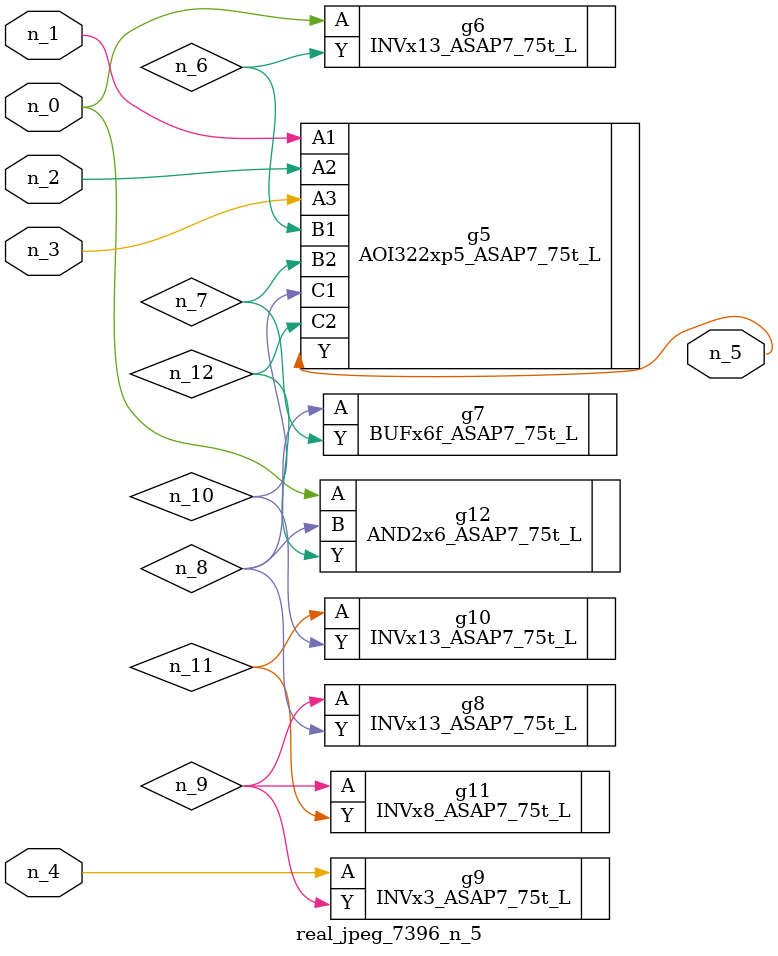
<source format=v>
module real_jpeg_7396_n_5 (n_4, n_0, n_1, n_2, n_3, n_5);

input n_4;
input n_0;
input n_1;
input n_2;
input n_3;

output n_5;

wire n_12;
wire n_8;
wire n_11;
wire n_6;
wire n_7;
wire n_10;
wire n_9;

INVx13_ASAP7_75t_L g6 ( 
.A(n_0),
.Y(n_6)
);

AND2x6_ASAP7_75t_L g12 ( 
.A(n_0),
.B(n_8),
.Y(n_12)
);

AOI322xp5_ASAP7_75t_L g5 ( 
.A1(n_1),
.A2(n_2),
.A3(n_3),
.B1(n_6),
.B2(n_7),
.C1(n_10),
.C2(n_12),
.Y(n_5)
);

INVx3_ASAP7_75t_L g9 ( 
.A(n_4),
.Y(n_9)
);

BUFx6f_ASAP7_75t_L g7 ( 
.A(n_8),
.Y(n_7)
);

INVx13_ASAP7_75t_L g8 ( 
.A(n_9),
.Y(n_8)
);

INVx8_ASAP7_75t_L g11 ( 
.A(n_9),
.Y(n_11)
);

INVx13_ASAP7_75t_L g10 ( 
.A(n_11),
.Y(n_10)
);


endmodule
</source>
